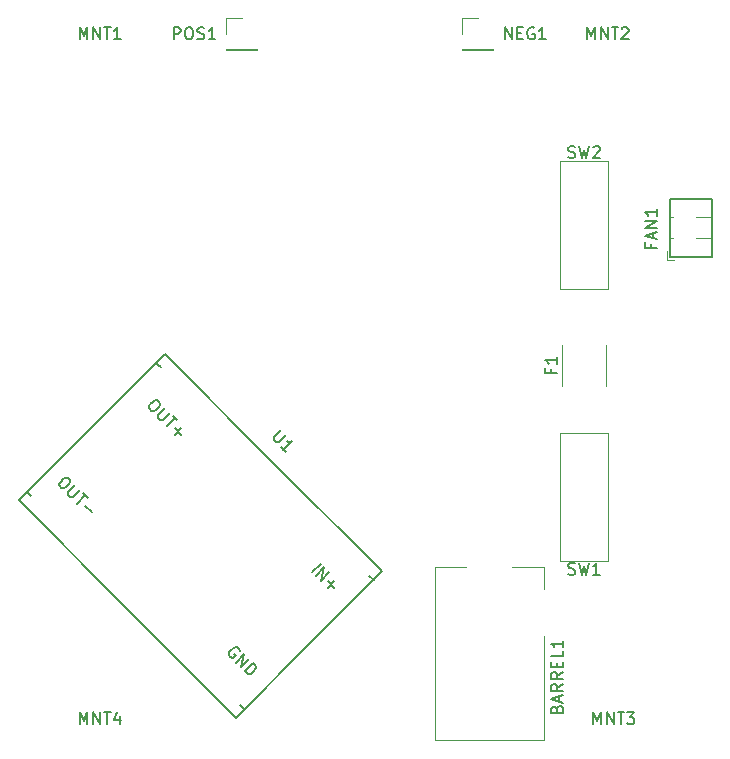
<source format=gbr>
G04 #@! TF.GenerationSoftware,KiCad,Pcbnew,(5.0.0)*
G04 #@! TF.CreationDate,2020-03-30T15:35:39-04:00*
G04 #@! TF.ProjectId,10W White LED,313057205768697465204C45442E6B69,rev?*
G04 #@! TF.SameCoordinates,Original*
G04 #@! TF.FileFunction,Legend,Top*
G04 #@! TF.FilePolarity,Positive*
%FSLAX46Y46*%
G04 Gerber Fmt 4.6, Leading zero omitted, Abs format (unit mm)*
G04 Created by KiCad (PCBNEW (5.0.0)) date 03/30/20 15:35:39*
%MOMM*%
%LPD*%
G01*
G04 APERTURE LIST*
%ADD10C,0.120000*%
%ADD11C,0.150000*%
%ADD12C,0.100000*%
%ADD13C,0.200000*%
G04 APERTURE END LIST*
D10*
G04 #@! TO.C,NEG1*
X158670000Y-69670000D02*
X160000000Y-69670000D01*
X158670000Y-71000000D02*
X158670000Y-69670000D01*
X158670000Y-72270000D02*
X161330000Y-72270000D01*
X161330000Y-72270000D02*
X161330000Y-72330000D01*
X158670000Y-72270000D02*
X158670000Y-72330000D01*
X158670000Y-72330000D02*
X161330000Y-72330000D01*
G04 #@! TO.C,POS1*
X138670000Y-72330000D02*
X141330000Y-72330000D01*
X138670000Y-72270000D02*
X138670000Y-72330000D01*
X141330000Y-72270000D02*
X141330000Y-72330000D01*
X138670000Y-72270000D02*
X141330000Y-72270000D01*
X138670000Y-71000000D02*
X138670000Y-69670000D01*
X138670000Y-69670000D02*
X140000000Y-69670000D01*
G04 #@! TO.C,BARREL1*
X165600000Y-122000000D02*
X165600000Y-130800000D01*
X165600000Y-130800000D02*
X156400000Y-130800000D01*
X162900000Y-116100000D02*
X165600000Y-116100000D01*
X165600000Y-116100000D02*
X165600000Y-118000000D01*
X156400000Y-130800000D02*
X156400000Y-116100000D01*
X156400000Y-116100000D02*
X159000000Y-116100000D01*
G04 #@! TO.C,F1*
X167120000Y-100790000D02*
X167120000Y-97330000D01*
X170880000Y-100790000D02*
X170880000Y-97330000D01*
D11*
G04 #@! TO.C,FAN1*
X176300000Y-86900000D02*
X176300000Y-89850000D01*
X176300000Y-89850000D02*
X179800000Y-89850000D01*
X179800000Y-89850000D02*
X179800000Y-84950000D01*
X179800000Y-84950000D02*
X176300000Y-84950000D01*
X176300000Y-84950000D02*
X176300000Y-86900000D01*
D12*
X176300000Y-88300000D02*
X176500000Y-88300000D01*
X178500000Y-88300000D02*
X179800000Y-88300000D01*
X176500000Y-86500000D02*
X176300000Y-86500000D01*
X178500000Y-86500000D02*
X179800000Y-86500000D01*
X176000000Y-89400000D02*
X176000000Y-90150000D01*
X176000000Y-90150000D02*
X176650000Y-90150000D01*
G04 #@! TO.C,SW1*
X169000000Y-115600000D02*
X167400000Y-115600000D01*
X166950000Y-115600000D02*
X167400000Y-115600000D01*
X167400000Y-115600000D02*
X166950000Y-115600000D01*
X166950000Y-115600000D02*
X166950000Y-105150000D01*
X171050000Y-115600000D02*
X169000000Y-115600000D01*
X171050000Y-115600000D02*
X171050000Y-105550000D01*
X169000000Y-104800000D02*
X166950000Y-104800000D01*
X166950000Y-104800000D02*
X166950000Y-105150000D01*
X169000000Y-104800000D02*
X171000000Y-104800000D01*
X171000000Y-104800000D02*
X171050000Y-104800000D01*
X171050000Y-104800000D02*
X171050000Y-105600000D01*
G04 #@! TO.C,SW2*
X166950000Y-92580000D02*
X166950000Y-91780000D01*
X167000000Y-92580000D02*
X166950000Y-92580000D01*
X169000000Y-92580000D02*
X167000000Y-92580000D01*
X171050000Y-92580000D02*
X171050000Y-92230000D01*
X169000000Y-92580000D02*
X171050000Y-92580000D01*
X166950000Y-81780000D02*
X166950000Y-91830000D01*
X166950000Y-81780000D02*
X169000000Y-81780000D01*
X171050000Y-81780000D02*
X171050000Y-92230000D01*
X170600000Y-81780000D02*
X171050000Y-81780000D01*
X171050000Y-81780000D02*
X170600000Y-81780000D01*
X169000000Y-81780000D02*
X170600000Y-81780000D01*
D13*
G04 #@! TO.C,U1*
X132964466Y-99004311D02*
X133141243Y-99181088D01*
X122004311Y-109964466D02*
X122181088Y-110141243D01*
X140212311Y-128172466D02*
X139858757Y-127818912D01*
X151172466Y-117212311D02*
X150818912Y-116858757D01*
X132787689Y-98827534D02*
X132964466Y-99004311D01*
X130312816Y-119687184D02*
X139505204Y-128879572D01*
X139505204Y-128879572D02*
X145692388Y-122692388D01*
X142687184Y-107312816D02*
X151879572Y-116505204D01*
X145692388Y-122692388D02*
X151879572Y-116505204D01*
X133494796Y-98120428D02*
X142687184Y-107312816D01*
X127307612Y-104307612D02*
X133494796Y-98120428D01*
X121827534Y-109787689D02*
X122004311Y-109964466D01*
X121120428Y-110494796D02*
X127307612Y-104307612D01*
X121120428Y-110494796D02*
X130312816Y-119687184D01*
X130312816Y-119687184D02*
X129959262Y-119333631D01*
G04 #@! TO.C,MNT1*
D11*
X126285714Y-71452380D02*
X126285714Y-70452380D01*
X126619047Y-71166666D01*
X126952380Y-70452380D01*
X126952380Y-71452380D01*
X127428571Y-71452380D02*
X127428571Y-70452380D01*
X128000000Y-71452380D01*
X128000000Y-70452380D01*
X128333333Y-70452380D02*
X128904761Y-70452380D01*
X128619047Y-71452380D02*
X128619047Y-70452380D01*
X129761904Y-71452380D02*
X129190476Y-71452380D01*
X129476190Y-71452380D02*
X129476190Y-70452380D01*
X129380952Y-70595238D01*
X129285714Y-70690476D01*
X129190476Y-70738095D01*
G04 #@! TO.C,MNT2*
X169285714Y-71452380D02*
X169285714Y-70452380D01*
X169619047Y-71166666D01*
X169952380Y-70452380D01*
X169952380Y-71452380D01*
X170428571Y-71452380D02*
X170428571Y-70452380D01*
X171000000Y-71452380D01*
X171000000Y-70452380D01*
X171333333Y-70452380D02*
X171904761Y-70452380D01*
X171619047Y-71452380D02*
X171619047Y-70452380D01*
X172190476Y-70547619D02*
X172238095Y-70500000D01*
X172333333Y-70452380D01*
X172571428Y-70452380D01*
X172666666Y-70500000D01*
X172714285Y-70547619D01*
X172761904Y-70642857D01*
X172761904Y-70738095D01*
X172714285Y-70880952D01*
X172142857Y-71452380D01*
X172761904Y-71452380D01*
G04 #@! TO.C,MNT3*
X169785714Y-129452380D02*
X169785714Y-128452380D01*
X170119047Y-129166666D01*
X170452380Y-128452380D01*
X170452380Y-129452380D01*
X170928571Y-129452380D02*
X170928571Y-128452380D01*
X171500000Y-129452380D01*
X171500000Y-128452380D01*
X171833333Y-128452380D02*
X172404761Y-128452380D01*
X172119047Y-129452380D02*
X172119047Y-128452380D01*
X172642857Y-128452380D02*
X173261904Y-128452380D01*
X172928571Y-128833333D01*
X173071428Y-128833333D01*
X173166666Y-128880952D01*
X173214285Y-128928571D01*
X173261904Y-129023809D01*
X173261904Y-129261904D01*
X173214285Y-129357142D01*
X173166666Y-129404761D01*
X173071428Y-129452380D01*
X172785714Y-129452380D01*
X172690476Y-129404761D01*
X172642857Y-129357142D01*
G04 #@! TO.C,MNT4*
X126285714Y-129452380D02*
X126285714Y-128452380D01*
X126619047Y-129166666D01*
X126952380Y-128452380D01*
X126952380Y-129452380D01*
X127428571Y-129452380D02*
X127428571Y-128452380D01*
X128000000Y-129452380D01*
X128000000Y-128452380D01*
X128333333Y-128452380D02*
X128904761Y-128452380D01*
X128619047Y-129452380D02*
X128619047Y-128452380D01*
X129666666Y-128785714D02*
X129666666Y-129452380D01*
X129428571Y-128404761D02*
X129190476Y-129119047D01*
X129809523Y-129119047D01*
G04 #@! TO.C,NEG1*
X162285714Y-71452380D02*
X162285714Y-70452380D01*
X162857142Y-71452380D01*
X162857142Y-70452380D01*
X163333333Y-70928571D02*
X163666666Y-70928571D01*
X163809523Y-71452380D02*
X163333333Y-71452380D01*
X163333333Y-70452380D01*
X163809523Y-70452380D01*
X164761904Y-70500000D02*
X164666666Y-70452380D01*
X164523809Y-70452380D01*
X164380952Y-70500000D01*
X164285714Y-70595238D01*
X164238095Y-70690476D01*
X164190476Y-70880952D01*
X164190476Y-71023809D01*
X164238095Y-71214285D01*
X164285714Y-71309523D01*
X164380952Y-71404761D01*
X164523809Y-71452380D01*
X164619047Y-71452380D01*
X164761904Y-71404761D01*
X164809523Y-71357142D01*
X164809523Y-71023809D01*
X164619047Y-71023809D01*
X165761904Y-71452380D02*
X165190476Y-71452380D01*
X165476190Y-71452380D02*
X165476190Y-70452380D01*
X165380952Y-70595238D01*
X165285714Y-70690476D01*
X165190476Y-70738095D01*
G04 #@! TO.C,POS1*
X134261904Y-71452380D02*
X134261904Y-70452380D01*
X134642857Y-70452380D01*
X134738095Y-70500000D01*
X134785714Y-70547619D01*
X134833333Y-70642857D01*
X134833333Y-70785714D01*
X134785714Y-70880952D01*
X134738095Y-70928571D01*
X134642857Y-70976190D01*
X134261904Y-70976190D01*
X135452380Y-70452380D02*
X135642857Y-70452380D01*
X135738095Y-70500000D01*
X135833333Y-70595238D01*
X135880952Y-70785714D01*
X135880952Y-71119047D01*
X135833333Y-71309523D01*
X135738095Y-71404761D01*
X135642857Y-71452380D01*
X135452380Y-71452380D01*
X135357142Y-71404761D01*
X135261904Y-71309523D01*
X135214285Y-71119047D01*
X135214285Y-70785714D01*
X135261904Y-70595238D01*
X135357142Y-70500000D01*
X135452380Y-70452380D01*
X136261904Y-71404761D02*
X136404761Y-71452380D01*
X136642857Y-71452380D01*
X136738095Y-71404761D01*
X136785714Y-71357142D01*
X136833333Y-71261904D01*
X136833333Y-71166666D01*
X136785714Y-71071428D01*
X136738095Y-71023809D01*
X136642857Y-70976190D01*
X136452380Y-70928571D01*
X136357142Y-70880952D01*
X136309523Y-70833333D01*
X136261904Y-70738095D01*
X136261904Y-70642857D01*
X136309523Y-70547619D01*
X136357142Y-70500000D01*
X136452380Y-70452380D01*
X136690476Y-70452380D01*
X136833333Y-70500000D01*
X137785714Y-71452380D02*
X137214285Y-71452380D01*
X137500000Y-71452380D02*
X137500000Y-70452380D01*
X137404761Y-70595238D01*
X137309523Y-70690476D01*
X137214285Y-70738095D01*
G04 #@! TO.C,BARREL1*
X166678571Y-128140476D02*
X166726190Y-127997619D01*
X166773809Y-127950000D01*
X166869047Y-127902380D01*
X167011904Y-127902380D01*
X167107142Y-127950000D01*
X167154761Y-127997619D01*
X167202380Y-128092857D01*
X167202380Y-128473809D01*
X166202380Y-128473809D01*
X166202380Y-128140476D01*
X166250000Y-128045238D01*
X166297619Y-127997619D01*
X166392857Y-127950000D01*
X166488095Y-127950000D01*
X166583333Y-127997619D01*
X166630952Y-128045238D01*
X166678571Y-128140476D01*
X166678571Y-128473809D01*
X166916666Y-127521428D02*
X166916666Y-127045238D01*
X167202380Y-127616666D02*
X166202380Y-127283333D01*
X167202380Y-126950000D01*
X167202380Y-126045238D02*
X166726190Y-126378571D01*
X167202380Y-126616666D02*
X166202380Y-126616666D01*
X166202380Y-126235714D01*
X166250000Y-126140476D01*
X166297619Y-126092857D01*
X166392857Y-126045238D01*
X166535714Y-126045238D01*
X166630952Y-126092857D01*
X166678571Y-126140476D01*
X166726190Y-126235714D01*
X166726190Y-126616666D01*
X167202380Y-125045238D02*
X166726190Y-125378571D01*
X167202380Y-125616666D02*
X166202380Y-125616666D01*
X166202380Y-125235714D01*
X166250000Y-125140476D01*
X166297619Y-125092857D01*
X166392857Y-125045238D01*
X166535714Y-125045238D01*
X166630952Y-125092857D01*
X166678571Y-125140476D01*
X166726190Y-125235714D01*
X166726190Y-125616666D01*
X166678571Y-124616666D02*
X166678571Y-124283333D01*
X167202380Y-124140476D02*
X167202380Y-124616666D01*
X166202380Y-124616666D01*
X166202380Y-124140476D01*
X167202380Y-123235714D02*
X167202380Y-123711904D01*
X166202380Y-123711904D01*
X167202380Y-122378571D02*
X167202380Y-122950000D01*
X167202380Y-122664285D02*
X166202380Y-122664285D01*
X166345238Y-122759523D01*
X166440476Y-122854761D01*
X166488095Y-122950000D01*
G04 #@! TO.C,F1*
X166208571Y-99393333D02*
X166208571Y-99726666D01*
X166732380Y-99726666D02*
X165732380Y-99726666D01*
X165732380Y-99250476D01*
X166732380Y-98345714D02*
X166732380Y-98917142D01*
X166732380Y-98631428D02*
X165732380Y-98631428D01*
X165875238Y-98726666D01*
X165970476Y-98821904D01*
X166018095Y-98917142D01*
G04 #@! TO.C,FAN1*
X174628571Y-88785714D02*
X174628571Y-89119047D01*
X175152380Y-89119047D02*
X174152380Y-89119047D01*
X174152380Y-88642857D01*
X174866666Y-88309523D02*
X174866666Y-87833333D01*
X175152380Y-88404761D02*
X174152380Y-88071428D01*
X175152380Y-87738095D01*
X175152380Y-87404761D02*
X174152380Y-87404761D01*
X175152380Y-86833333D01*
X174152380Y-86833333D01*
X175152380Y-85833333D02*
X175152380Y-86404761D01*
X175152380Y-86119047D02*
X174152380Y-86119047D01*
X174295238Y-86214285D01*
X174390476Y-86309523D01*
X174438095Y-86404761D01*
G04 #@! TO.C,SW1*
X167666666Y-116734761D02*
X167809523Y-116782380D01*
X168047619Y-116782380D01*
X168142857Y-116734761D01*
X168190476Y-116687142D01*
X168238095Y-116591904D01*
X168238095Y-116496666D01*
X168190476Y-116401428D01*
X168142857Y-116353809D01*
X168047619Y-116306190D01*
X167857142Y-116258571D01*
X167761904Y-116210952D01*
X167714285Y-116163333D01*
X167666666Y-116068095D01*
X167666666Y-115972857D01*
X167714285Y-115877619D01*
X167761904Y-115830000D01*
X167857142Y-115782380D01*
X168095238Y-115782380D01*
X168238095Y-115830000D01*
X168571428Y-115782380D02*
X168809523Y-116782380D01*
X169000000Y-116068095D01*
X169190476Y-116782380D01*
X169428571Y-115782380D01*
X170333333Y-116782380D02*
X169761904Y-116782380D01*
X170047619Y-116782380D02*
X170047619Y-115782380D01*
X169952380Y-115925238D01*
X169857142Y-116020476D01*
X169761904Y-116068095D01*
G04 #@! TO.C,SW2*
X167666666Y-81454761D02*
X167809523Y-81502380D01*
X168047619Y-81502380D01*
X168142857Y-81454761D01*
X168190476Y-81407142D01*
X168238095Y-81311904D01*
X168238095Y-81216666D01*
X168190476Y-81121428D01*
X168142857Y-81073809D01*
X168047619Y-81026190D01*
X167857142Y-80978571D01*
X167761904Y-80930952D01*
X167714285Y-80883333D01*
X167666666Y-80788095D01*
X167666666Y-80692857D01*
X167714285Y-80597619D01*
X167761904Y-80550000D01*
X167857142Y-80502380D01*
X168095238Y-80502380D01*
X168238095Y-80550000D01*
X168571428Y-80502380D02*
X168809523Y-81502380D01*
X169000000Y-80788095D01*
X169190476Y-81502380D01*
X169428571Y-80502380D01*
X169761904Y-80597619D02*
X169809523Y-80550000D01*
X169904761Y-80502380D01*
X170142857Y-80502380D01*
X170238095Y-80550000D01*
X170285714Y-80597619D01*
X170333333Y-80692857D01*
X170333333Y-80788095D01*
X170285714Y-80930952D01*
X169714285Y-81502380D01*
X170333333Y-81502380D01*
G04 #@! TO.C,U1*
X143348477Y-104574026D02*
X142776057Y-105146446D01*
X142742385Y-105247461D01*
X142742385Y-105314805D01*
X142776057Y-105415820D01*
X142910744Y-105550507D01*
X143011759Y-105584179D01*
X143079103Y-105584179D01*
X143180118Y-105550507D01*
X143752538Y-104978087D01*
X143752538Y-106392301D02*
X143348477Y-105988240D01*
X143550507Y-106190270D02*
X144257614Y-105483164D01*
X144089255Y-105516835D01*
X143954568Y-105516835D01*
X143853553Y-105483164D01*
X132913958Y-102068440D02*
X133048645Y-102203127D01*
X133082317Y-102304142D01*
X133082317Y-102438829D01*
X132981302Y-102607188D01*
X132745599Y-102842890D01*
X132577241Y-102943905D01*
X132442554Y-102943905D01*
X132341538Y-102910234D01*
X132206851Y-102775547D01*
X132173180Y-102674531D01*
X132173180Y-102539844D01*
X132274195Y-102371486D01*
X132509897Y-102135783D01*
X132678256Y-102034768D01*
X132812943Y-102034768D01*
X132913958Y-102068440D01*
X133520050Y-102674531D02*
X132947630Y-103246951D01*
X132913958Y-103347966D01*
X132913958Y-103415310D01*
X132947630Y-103516325D01*
X133082317Y-103651012D01*
X133183332Y-103684684D01*
X133250676Y-103684684D01*
X133351691Y-103651012D01*
X133924111Y-103078592D01*
X134159813Y-103314295D02*
X134563874Y-103718356D01*
X133654737Y-104223432D02*
X134361843Y-103516325D01*
X134361843Y-104391791D02*
X134900591Y-104930539D01*
X134361843Y-104930539D02*
X134900591Y-104391791D01*
X125312560Y-108609178D02*
X125447247Y-108743865D01*
X125480919Y-108844880D01*
X125480919Y-108979567D01*
X125379904Y-109147926D01*
X125144201Y-109383628D01*
X124975843Y-109484643D01*
X124841156Y-109484643D01*
X124740140Y-109450972D01*
X124605453Y-109316285D01*
X124571782Y-109215269D01*
X124571782Y-109080582D01*
X124672797Y-108912224D01*
X124908499Y-108676521D01*
X125076858Y-108575506D01*
X125211545Y-108575506D01*
X125312560Y-108609178D01*
X125918652Y-109215269D02*
X125346232Y-109787689D01*
X125312560Y-109888704D01*
X125312560Y-109956048D01*
X125346232Y-110057063D01*
X125480919Y-110191750D01*
X125581934Y-110225422D01*
X125649278Y-110225422D01*
X125750293Y-110191750D01*
X126322713Y-109619330D01*
X126558415Y-109855033D02*
X126962476Y-110259094D01*
X126053339Y-110764170D02*
X126760445Y-110057063D01*
X126760445Y-110932529D02*
X127299193Y-111471277D01*
X139850339Y-123214300D02*
X139816667Y-123113285D01*
X139715652Y-123012270D01*
X139580965Y-122944926D01*
X139446278Y-122944926D01*
X139345263Y-122978598D01*
X139176904Y-123079613D01*
X139075889Y-123180628D01*
X138974873Y-123348987D01*
X138941202Y-123450002D01*
X138941202Y-123584689D01*
X139008545Y-123719376D01*
X139075889Y-123786720D01*
X139210576Y-123854063D01*
X139277919Y-123854063D01*
X139513621Y-123618361D01*
X139378934Y-123483674D01*
X139513621Y-124224453D02*
X140220728Y-123517346D01*
X139917682Y-124628514D01*
X140624789Y-123921407D01*
X140254400Y-124965231D02*
X140961507Y-124258124D01*
X141129865Y-124426483D01*
X141197209Y-124561170D01*
X141197209Y-124695857D01*
X141163537Y-124796872D01*
X141062522Y-124965231D01*
X140961507Y-125066246D01*
X140793148Y-125167262D01*
X140692133Y-125200933D01*
X140557446Y-125200933D01*
X140422759Y-125133590D01*
X140254400Y-124965231D01*
X145978598Y-116547293D02*
X146685705Y-115840186D01*
X146315315Y-116884011D02*
X147022422Y-116176904D01*
X146719376Y-117288072D01*
X147426483Y-116580965D01*
X147325468Y-117355415D02*
X147864216Y-117894163D01*
X147325468Y-117894163D02*
X147864216Y-117355415D01*
G04 #@! TD*
M02*

</source>
